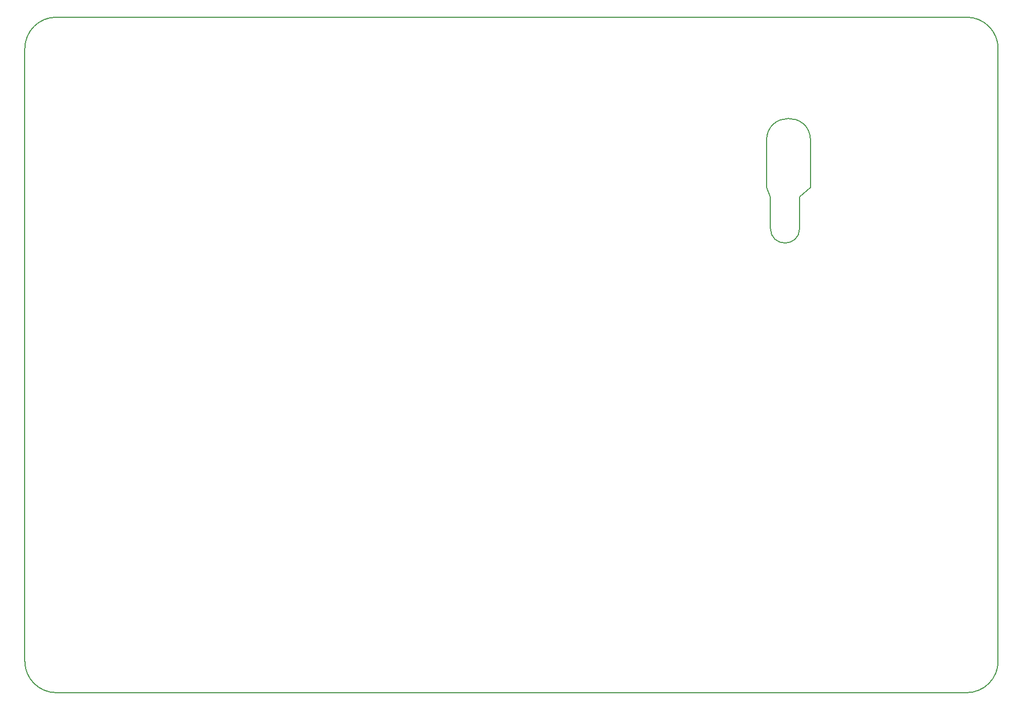
<source format=gbr>
G04 #@! TF.GenerationSoftware,KiCad,Pcbnew,(5.0.2)-1*
G04 #@! TF.CreationDate,2019-04-05T10:25:58-04:00*
G04 #@! TF.ProjectId,interface-board,696e7465-7266-4616-9365-2d626f617264,rev?*
G04 #@! TF.SameCoordinates,Original*
G04 #@! TF.FileFunction,Profile,NP*
%FSLAX46Y46*%
G04 Gerber Fmt 4.6, Leading zero omitted, Abs format (unit mm)*
G04 Created by KiCad (PCBNEW (5.0.2)-1) date 4/5/2019 10:25:58 AM*
%MOMM*%
%LPD*%
G01*
G04 APERTURE LIST*
%ADD10C,0.150000*%
G04 APERTURE END LIST*
D10*
X184580000Y-74049000D02*
G75*
G02X179881000Y-74049000I-2349500J0D01*
G01*
X184580000Y-68969000D02*
X184580000Y-74049000D01*
X186358000Y-67445000D02*
X184580000Y-68969000D01*
X179881000Y-68969000D02*
X179881000Y-74049000D01*
X179246000Y-67445000D02*
X179881000Y-68969000D01*
X216711000Y-144026000D02*
G75*
G02X211631000Y-149106000I-5080000J0D01*
G01*
X64311000Y-149106000D02*
G75*
G02X59231000Y-144026000I0J5080000D01*
G01*
X59231000Y-44966000D02*
G75*
G02X64311000Y-39886000I5080000J0D01*
G01*
X211631000Y-39886000D02*
G75*
G02X216711000Y-44966000I0J-5080000D01*
G01*
X179243733Y-59825000D02*
G75*
G02X186358000Y-59698000I3558267J0D01*
G01*
X186358000Y-59698000D02*
X186358000Y-67445000D01*
X179246000Y-67445000D02*
X179246000Y-59825000D01*
X64311000Y-149106000D02*
X211631000Y-149106000D01*
X59231000Y-44966000D02*
X59231000Y-144026000D01*
X216711000Y-44966000D02*
X216711000Y-144026000D01*
X211631000Y-39886000D02*
X64311000Y-39886000D01*
M02*

</source>
